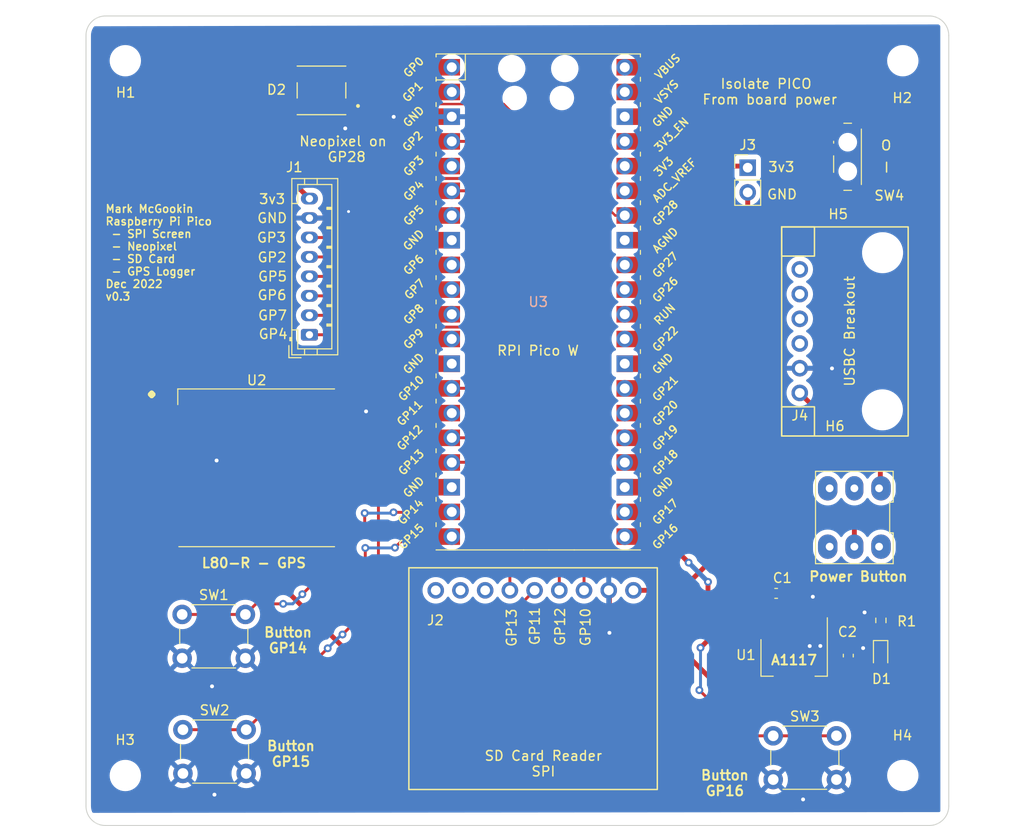
<source format=kicad_pcb>
(kicad_pcb (version 20211014) (generator pcbnew)
  (layers (0 "F.Cu" signal) (31 "B.Cu" power) (34 "B.Paste" user) (35 "F.Paste" user) (36 "B.SilkS" user "B.Silkscreen") (37 "F.SilkS" user "F.Silkscreen") (38 "B.Mask" user) (39 "F.Mask" user) (44 "Edge.Cuts" user))
  (net 0 "")
  (net 1 "VBUS")
  (net 2 "GND")
  (net 3 "+3.3V")
  (net 4 "/PWR_LED_K")
  (net 6 "Net-(D2-Pad2)")
  (net 7 "/MISO - SPI0Rx - BL")
  (net 8 "/RST")
  (net 9 "/DC")
  (net 10 "/CLK - SPI0SCK")
  (net 11 "/MOSI - SPI0Tx - DIN")
  (net 15 "/RX -> TX")
  (net 16 "/TX -> RX")
  (net 17 "/CLK")
  (net 18 "Net-(SW1-Pad1)")
  (net 19 "Net-(J4-Pad1)")
  (net 20 "Net-(SW2-Pad1)")
  (net 23 "Net-(SW3-Pad1)")
  (net 25 "Net-(SW4-Pad2)")
  (net 30 "Net-(U2-Pad1)")
  (net 31 "/GPS RX -> Pico TX")
  (net 56 "Net-(J3-Pad2)")
  (net 57 "Net-(J3-Pad1)")
  (net 62 "/SPI0 - CS")
  (net 63 "/SPI1 - CS")
  (footprint "Resistor_SMD:R_0603_1608Metric" (layer "F.Cu") (at 174.8475 127.05 90)
    (fp_text reference "R1" (at -0.1 2.6525) (layer "F.SilkS"))
    (fp_text value "1k5")
    (pad "1" smd roundrect (at -0.825 0 90) (size 0.8 0.95) (layers "F.Cu" "F.Paste" "F.Mask") (net 4 "/PWR_LED_K"))
    (pad "2" smd roundrect (at 0.825 0 90) (size 0.8 0.95) (layers "F.Cu" "F.Paste" "F.Mask") (net 2 "GND"))
  )
  (footprint "Connector_PinHeader_2.54mm:PinHeader_1x06_P2.54mm_Vertical" (layer "F.Cu") (at 166.51 103.66 180)
    (fp_text reference "J4" (at 0 -2.33) (layer "F.SilkS"))
    (fp_text value "Conn_01x06_Female")
    (pad "1" thru_hole circle (at 0 0 180) (size 1.7 1.7) (drill 1) (layers *.Cu *.Mask) (net 19 "Net-(J4-Pad1)"))
    (pad "2" thru_hole oval (at 0 2.54 180) (size 1.7 1.7) (drill 1) (layers *.Cu *.Mask) (net 2 "GND"))
    (pad "3" thru_hole oval (at 0 5.08 180) (size 1.7 1.7) (drill 1) (layers *.Cu *.Mask))
    (pad "4" thru_hole oval (at 0 7.62 180) (size 1.7 1.7) (drill 1) (layers *.Cu *.Mask))
    (pad "5" thru_hole oval (at 0 10.16 180) (size 1.7 1.7) (drill 1) (layers *.Cu *.Mask))
    (pad "6" thru_hole oval (at 0 12.7 180) (size 1.7 1.7) (drill 1) (layers *.Cu *.Mask))
  )
  (footprint "MountingHole:MountingHole_2.2mm_M2" (layer "F.Cu") (at 177.1 143)
    (fp_text reference "H4" (at -0.04 -4.12) (layer "F.SilkS"))
    (fp_text value "MountingHole")
    (pad "" np_thru_hole circle (at 0 0) (size 2.2 2.2) (drill 2.2) (layers *.Cu *.Mask))
  )
  (footprint "MountingHole:MountingHole_2.2mm_M2" (layer "F.Cu") (at 97.2 69.5)
    (fp_text reference "H1" (at 0.03 3.28) (layer "F.SilkS"))
    (fp_text value "MountingHole")
    (pad "" np_thru_hole circle (at 0 0) (size 2.2 2.2) (drill 2.2) (layers *.Cu *.Mask))
  )
  (footprint "Connector_PinHeader_2.54mm:PinHeader_1x09_P2.54mm_Vertical" (layer "F.Cu") (at 129.1 123.96 90)
    (fp_text reference "J2" (at -3.08 -0.03 180) (layer "F.SilkS"))
    (fp_text value "Conn_01x09_Female")
    (pad "1" thru_hole circle (at 0 0 90) (size 1.7 1.7) (drill 1) (layers *.Cu *.Mask))
    (pad "2" thru_hole oval (at 0 2.54 90) (size 1.7 1.7) (drill 1) (layers *.Cu *.Mask))
    (pad "3" thru_hole oval (at 0 5.08 90) (size 1.7 1.7) (drill 1) (layers *.Cu *.Mask))
    (pad "4" thru_hole oval (at 0 7.62 90) (size 1.7 1.7) (drill 1) (layers *.Cu *.Mask) (net 63 "/SPI1 - CS"))
    (pad "5" thru_hole oval (at 0 10.16 90) (size 1.7 1.7) (drill 1) (layers *.Cu *.Mask) (net 15 "/RX -> TX"))
    (pad "6" thru_hole oval (at 0 12.7 90) (size 1.7 1.7) (drill 1) (layers *.Cu *.Mask) (net 16 "/TX -> RX"))
    (pad "7" thru_hole oval (at 0 15.24 90) (size 1.7 1.7) (drill 1) (layers *.Cu *.Mask) (net 17 "/CLK"))
    (pad "8" thru_hole oval (at 0 17.78 90) (size 1.7 1.7) (drill 1) (layers *.Cu *.Mask) (net 2 "GND"))
    (pad "9" thru_hole oval (at 0 20.32 90) (size 1.7 1.7) (drill 1) (layers *.Cu *.Mask) (net 3 "+3.3V"))
  )
  (footprint "Capacitor_SMD:C_0603_1608Metric" (layer "F.Cu") (at 171.4975 130.67 90)
    (fp_text reference "C2" (at 2.44 -0.0875 180) (layer "F.SilkS"))
    (fp_text value "22u")
    (pad "1" smd roundrect (at -0.775 0 90) (size 0.9 0.95) (layers "F.Cu" "F.Paste" "F.Mask") (net 3 "+3.3V"))
    (pad "2" smd roundrect (at 0.775 0 90) (size 0.9 0.95) (layers "F.Cu" "F.Paste" "F.Mask") (net 2 "GND"))
  )
  (footprint "MountingHole:MountingHole_2.2mm_M2" (layer "F.Cu") (at 177.1 69.5)
    (fp_text reference "H2" (at -0.06 3.83) (layer "F.SilkS"))
    (fp_text value "MountingHole")
    (pad "" np_thru_hole circle (at 0 0) (size 2.2 2.2) (drill 2.2) (layers *.Cu *.Mask))
  )
  (footprint "Neopixel:LED_1655" (layer "F.Cu") (at 117.36 72.55 180)
    (fp_text reference "D2" (at 4.63 0.07) (layer "F.SilkS"))
    (fp_text value "1655")
    (pad "1" smd rect locked (at -2.45 -1.6 270) (size 1 1.5) (layers "F.Cu" "F.Paste" "F.Mask") (net 2 "GND"))
    (pad "2" smd rect locked (at -2.45 1.6 270) (size 1 1.5) (layers "F.Cu" "F.Paste" "F.Mask") (net 6 "Net-(D2-Pad2)"))
    (pad "3" smd rect locked (at 2.45 1.6 270) (size 1 1.5) (layers "F.Cu" "F.Paste" "F.Mask") (net 3 "+3.3V"))
    (pad "4" smd rect locked (at 2.45 -1.6 270) (size 1 1.5) (layers "F.Cu" "F.Paste" "F.Mask"))
  )
  (footprint "self-locking-button:SW_DPDT_XLX" (layer "F.Cu") (at 172.12 116.47 180)
    (fp_text reference "SW5" hide)
    (fp_text value "Power Switch")
    (pad "1" thru_hole oval (at -2.54 3 180) (size 2 2.5) (drill 0.8 (offset -0.2 0)) (layers *.Cu) (net 19 "Net-(J4-Pad1)"))
    (pad "2" thru_hole oval (at 0 3 180) (size 1.85 2.5) (drill 0.8) (layers *.Cu))
    (pad "3" thru_hole oval (at 2.54 3 180) (size 2 2.5) (drill 0.8 (offset 0.2 0)) (layers *.Cu))
    (pad "4" thru_hole oval (at 2.54 -3 180) (size 2 2.5) (drill 0.8 (offset 0.2 0)) (layers *.Cu))
    (pad "5" thru_hole oval (at 0 -3 180) (size 1.85 2.5) (drill 0.8) (layers *.Cu) (net 1 "VBUS"))
    (pad "6" thru_hole oval (at -2.54 -3 180) (size 2 2.5) (drill 0.8 (offset -0.2 0)) (layers *.Cu))
  )
  (footprint "Connector_JST:JST_PH_B8B-PH-K_1x08_P2.00mm_Vertical" (layer "F.Cu") (at 116.12 97.68 90)
    (fp_text reference "J1" (at 17.23 -1.55 180) (layer "F.SilkS"))
    (fp_text value "Conn_01x08_Female")
    (pad "1" thru_hole roundrect (at 0 0 90) (size 1.2 1.75) (drill 0.75) (layers *.Cu *.Mask) (roundrect_rratio 0.2083333333) (net 7 "/MISO - SPI0Rx - BL"))
    (pad "2" thru_hole oval (at 2 0 90) (size 1.2 1.75) (drill 0.75) (layers *.Cu *.Mask) (net 8 "/RST"))
    (pad "3" thru_hole oval (at 4 0 90) (size 1.2 1.75) (drill 0.75) (layers *.Cu *.Mask) (net 9 "/DC"))
    (pad "4" thru_hole oval (at 6 0 90) (size 1.2 1.75) (drill 0.75) (layers *.Cu *.Mask) (net 62 "/SPI0 - CS"))
    (pad "5" thru_hole oval (at 8 0 90) (size 1.2 1.75) (drill 0.75) (layers *.Cu *.Mask) (net 10 "/CLK - SPI0SCK"))
    (pad "6" thru_hole oval (at 10 0 90) (size 1.2 1.75) (drill 0.75) (layers *.Cu *.Mask) (net 11 "/MOSI - SPI0Tx - DIN"))
    (pad "7" thru_hole oval (at 12 0 90) (size 1.2 1.75) (drill 0.75) (layers *.Cu *.Mask) (net 2 "GND"))
    (pad "8" thru_hole oval (at 14 0 90) (size 1.2 1.75) (drill 0.75) (layers *.Cu *.Mask) (net 3 "+3.3V"))
  )
  (footprint "MountingHole:MountingHole_2.2mm_M2" (layer "F.Cu") (at 97.2 143)
    (fp_text reference "H3" (at -0.02 -3.66) (layer "F.SilkS"))
    (fp_text value "MountingHole")
    (pad "" np_thru_hole circle (at 0 0) (size 2.2 2.2) (drill 2.2) (layers *.Cu *.Mask))
  )
  (footprint "MountingHole:MountingHole_3.2mm_M3" (layer "F.Cu") (at 175 105.4)
    (fp_text reference "H6" (at -4.88 1.68) (layer "F.SilkS"))
    (fp_text value "MountingHole")
    (pad "" np_thru_hole circle (at 0 0) (size 3.2 3.2) (drill 3.2) (layers *.Cu *.Mask))
  )
  (footprint "Button_Switch_SMD:SW_SPDT_PCM12" (layer "F.Cu") (at 171.11 79.38 90)
    (fp_text reference "SW4" (at -3.99 4.6 180) (layer "F.SilkS"))
    (fp_text value "SW_SPDT")
    (pad "" smd rect (at 3.65 1.43 90) (size 1 0.8) (layers "F.Cu" "F.Paste" "F.Mask"))
    (pad "" smd rect (at 3.65 -0.78 90) (size 1 0.8) (layers "F.Cu" "F.Paste" "F.Mask"))
    (pad "" smd rect (at -3.65 1.43 90) (size 1 0.8) (layers "F.Cu" "F.Paste" "F.Mask"))
    (pad "" np_thru_hole circle (at 1.5 0.33 90) (size 0.9 0.9) (drill 0.9) (layers *.Cu *.Mask))
    (pad "" np_thru_hole circle (at -1.5 0.33 90) (size 0.9 0.9) (drill 0.9) (layers *.Cu *.Mask))
    (pad "" smd rect (at -3.65 -0.78 90) (size 1 0.8) (layers "F.Cu" "F.Paste" "F.Mask"))
    (pad "1" smd rect (at -2.25 -1.43 90) (size 0.7 1.5) (layers "F.Cu" "F.Paste" "F.Mask") (net 3 "+3.3V"))
    (pad "2" smd rect (at 0.75 -1.43 90) (size 0.7 1.5) (layers "F.Cu" "F.Paste" "F.Mask") (net 25 "Net-(SW4-Pad2)"))
    (pad "3" smd rect (at 2.25 -1.43 90) (size 0.7 1.5) (layers "F.Cu" "F.Paste" "F.Mask"))
  )
  (footprint "RF_GPS:Quectel_L80-R" (layer "F.Cu") (at 110.7 111.36)
    (fp_text reference "U2" (at 0 -9 -180) (layer "F.SilkS"))
    (fp_text value "L80-R")
    (pad "1" smd rect (at -7.75 -5.85 180) (size 2.5 1) (layers "F.Cu" "F.Paste" "F.Mask") (net 30 "Net-(U2-Pad1)"))
    (pad "2" smd rect (at -7.75 -3.31 180) (size 2.5 1) (layers "F.Cu" "F.Paste" "F.Mask") (net 31 "/GPS RX -> Pico TX"))
    (pad "3" smd rect (at -7.75 -0.77 180) (size 2.5 1) (layers "F.Cu" "F.Paste" "F.Mask") (net 2 "GND"))
    (pad "4" smd rect (at -7.75 1.77 180) (size 2.5 1) (layers "F.Cu" "F.Paste" "F.Mask") (net 3 "+3.3V"))
    (pad "5" smd rect (at -7.75 4.31 180) (size 2.5 1) (layers "F.Cu" "F.Paste" "F.Mask") (net 3 "+3.3V"))
    (pad "6" smd rect (at -7.75 6.85 180) (size 2.5 1) (layers "F.Cu" "F.Paste" "F.Mask"))
    (pad "7" smd rect (at 7.75 6.85 180) (size 2.5 1) (layers "F.Cu" "F.Paste" "F.Mask"))
    (pad "8" smd rect (at 7.75 4.31 180) (size 2.5 1) (layers "F.Cu" "F.Paste" "F.Mask"))
    (pad "9" smd rect (at 7.75 1.77 180) (size 2.5 1) (layers "F.Cu" "F.Paste" "F.Mask"))
    (pad "10" smd rect (at 7.75 -0.77 180) (size 2.5 1) (layers "F.Cu" "F.Paste" "F.Mask"))
    (pad "11" smd rect (at 7.75 -3.31 180) (size 2.5 1) (layers "F.Cu" "F.Paste" "F.Mask"))
    (pad "12" smd rect (at 7.75 -5.85 180) (size 2.5 1) (layers "F.Cu" "F.Paste" "F.Mask") (net 2 "GND"))
  )
  (footprint "Button_Switch_THT:SW_PUSH_6mm_H5mm" (layer "F.Cu") (at 103.04 126.44)
    (fp_text reference "SW1" (at 3.25 -2) (layer "F.SilkS"))
    (fp_text value "SW_Push")
    (pad "1" thru_hole circle (at 6.5 0 90) (size 2 2) (drill 1.1) (layers *.Cu *.Mask) (net 18 "Net-(SW1-Pad1)"))
    (pad "1" thru_hole circle (at 0 0 90) (size 2 2) (drill 1.1) (layers *.Cu *.Mask) (net 18 "Net-(SW1-Pad1)"))
    (pad "2" thru_hole circle (at 0 4.5 90) (size 2 2) (drill 1.1) (layers *.Cu *.Mask) (net 2 "GND"))
    (pad "2" thru_hole circle (at 6.5 4.5 90) (size 2 2) (drill 1.1) (layers *.Cu *.Mask) (net 2 "GND"))
  )
  (footprint "Button_Switch_THT:SW_PUSH_6mm_H5mm" (layer "F.Cu") (at 163.78 138.92)
    (fp_text reference "SW3" (at 3.25 -2) (layer "F.SilkS"))
    (fp_text value "SW_Push")
    (pad "1" thru_hole circle (at 6.5 0 90) (size 2 2) (drill 1.1) (layers *.Cu *.Mask) (net 23 "Net-(SW3-Pad1)"))
    (pad "1" thru_hole circle (at 0 0 90) (size 2 2) (drill 1.1) (layers *.Cu *.Mask) (net 23 "Net-(SW3-Pad1)"))
    (pad "2" thru_hole circle (at 0 4.5 90) (size 2 2) (drill 1.1) (layers *.Cu *.Mask) (net 2 "GND"))
    (pad "2" thru_hole circle (at 6.5 4.5 90) (size 2 2) (drill 1.1) (layers *.Cu *.Mask) (net 2 "GND"))
  )
  (footprint "Connector_PinHeader_2.54mm:PinHeader_1x02_P2.54mm_Vertical" (layer "F.Cu") (at 161.16 80.5)
    (fp_text reference "J3" (at 0 -2.33) (layer "F.SilkS"))
    (fp_text value "Conn_01x02_Female")
    (pad "1" thru_hole rect (at 0 0) (size 1.7 1.7) (drill 1) (layers *.Cu *.Mask) (net 57 "Net-(J3-Pad1)"))
    (pad "2" thru_hole oval (at 0 2.54) (size 1.7 1.7) (drill 1) (layers *.Cu *.Mask) (net 56 "Net-(J3-Pad2)"))
  )
  (footprint "LED_SMD:LED_0603_1608Metric" (layer "F.Cu") (at 174.8175 130.61 -90)
    (fp_text reference "D1" (at 2.46 -0.0925 180) (layer "F.SilkS"))
    (fp_text value "RED")
    (pad "1" smd roundrect (at -0.7875 0 270) (size 0.875 0.95) (layers "F.Cu" "F.Paste" "F.Mask") (net 4 "/PWR_LED_K"))
    (pad "2" smd roundrect (at 0.7875 0 270) (size 0.875 0.95) (layers "F.Cu" "F.Paste" "F.Mask") (net 3 "+3.3V"))
  )
  (footprint "RPI Pico:RPi_Pico_SMD_TH" (layer "F.Cu") (at 139.635 94.305)
    (fp_text reference "U3" (at 0 0) (layer "B.SilkS"))
    (fp_text value "Pico")
    (fp_text user "GP26" (at 13.054 -1.27 45) (layer "F.SilkS") (effects (font (size 0.8 0.8))))
    (fp_text user "GND" (at 12.8 19.05 45) (layer "F.SilkS") (effects (font (size 0.8 0.8))))
    (fp_text user "GP17" (at 13.054 21.59 45) (layer "F.SilkS") (effects (font (size 0.8 0.8))))
    (fp_text user "3V3_EN" (at 13.7 -17.2 45) (layer "F.SilkS") (effects (font (size 0.8 0.8))))
    (fp_text user "VBUS" (at 13.3 -24.2 45) (layer "F.SilkS") (effects (font (size 0.8 0.8))))
    (fp_text user "GP27" (at 13.054 -3.8 45) (layer "F.SilkS") (effects (font (size 0.8 0.8))))
    (fp_text user "GP22" (at 13.054 3.81 45) (layer "F.SilkS") (effects (font (size 0.8 0.8))))
    (fp_text user "RUN" (at 13 1.27 45) (layer "F.SilkS") (effects (font (size 0.8 0.8))))
    (fp_text user "GP16" (at 13.054 24.13 45) (layer "F.SilkS") (effects (font (size 0.8 0.8))))
    (fp_text user "ADC_VREF" (at 14 -12.5 45) (layer "F.SilkS") (effects (font (size 0.8 0.8))))
    (fp_text user "GND" (at 12.8 6.35 45) (layer "F.SilkS") (effects (font (size 0.8 0.8))))
    (fp_text user "GP5" (at -12.8 -8.89 45) (layer "F.SilkS") (effects (font (size 0.8 0.8))))
    (fp_text user "GP8" (at -12.8 1.27 45) (layer "F.SilkS") (effects (font (size 0.8 0.8))))
    (fp_text user "GND" (at -12.8 6.35 45) (layer "F.SilkS") (effects (font (size 0.8 0.8))))
    (fp_text user "GP19" (at 13.054 13.97 45) (layer "F.SilkS") (effects (font (size 0.8 0.8))))
    (fp_text user "GP10" (at -13.054 8.89 45) (layer "F.SilkS") (effects (font (size 0.8 0.8))))
    (fp_text user "GP28" (at 13.054 -9.144 45) (layer "F.SilkS") (effects (font (size 0.8 0.8))))
    (fp_text user "GP3" (at -12.8 -13.97 45) (layer "F.SilkS") (effects (font (size 0.8 0.8))))
    (fp_text user "GP21" (at 13.054 8.9 45) (layer "F.SilkS") (effects (font (size 0.8 0.8))))
    (fp_text user "GP6" (at -12.8 -3.81 45) (layer "F.SilkS") (effects (font (size 0.8 0.8))))
    (fp_text user "GND" (at -12.8 -6.35 45) (layer "F.SilkS") (effects (font (size 0.8 0.8))))
    (fp_text user "GND" (at -12.8 19.05 45) (layer "F.SilkS") (effects (font (size 0.8 0.8))))
    (fp_text user "VSYS" (at 13.2 -21.59 45) (layer "F.SilkS") (effects (font (size 0.8 0.8))))
    (fp_text user "GP14" (at -13.1 21.59 45) (layer "F.SilkS") (effects (font (size 0.8 0.8))))
    (fp_text user "AGND" (at 13.054 -6.35 45) (layer "F.SilkS") (effects (font (size 0.8 0.8))))
    (fp_text user "GP9" (at -12.8 3.81 45) (layer "F.SilkS") (effects (font (size 0.8 0.8))))
    (fp_text user "GP0" (at -12.8 -24.13 45) (layer "F.SilkS") (effects (font (size 0.8 0.8))))
    (fp_text user "GP11" (at -13.2 11.43 45) (layer "F.SilkS") (effects (font (size 0.8 0.8))))
    (fp_text user "GND" (at -12.8 -19.05 45) (layer "F.SilkS") (effects (font (size 0.8 0.8))))
    (fp_text user "GP1" (at -12.9 -21.6 45) (layer "F.SilkS") (effects (font (size 0.8 0.8))))
    (fp_text user "GP7" (at -12.7 -1.3 45) (layer "F.SilkS") (effects (font (size 0.8 0.8))))
    (fp_text user "GP2" (at -12.9 -16.51 45) (layer "F.SilkS") (effects (font (size 0.8 0.8))))
    (fp_text user "GP12" (at -13.2 13.97 45) (layer "F.SilkS") (effects (font (size 0.8 0.8))))
    (fp_text user "GP13" (at -13.054 16.51 45) (layer "F.SilkS") (effects (font (size 0.8 0.8))))
    (fp_text user "GND" (at 12.8 -19.05 45) (layer "F.SilkS") (effects (font (size 0.8 0.8))))
    (fp_text user "GP18" (at 13.054 16.51 45) (layer "F.SilkS") (effects (font (size 0.8 0.8))))
    (fp_text user "GP4" (at -12.8 -11.43 45) (layer "F.SilkS") (effects (font (size 0.8 0.8))))
    (fp_text user "GP20" (at 13.054 11.43 45) (layer "F.SilkS") (effects (font (size 0.8 0.8))))
    (fp_text user "GP15" (at -13.054 24.13 45) (layer "F.SilkS") (effects (font (size 0.8 0.8))))
    (fp_text user "3V3" (at 12.9 -13.9 45) (layer "F.SilkS") (effects (font (size 0.8 0.8))))
    (pad "" np_thru_hole oval (at 2.425 -20.97) (size 1.5 1.5) (drill 1.5) (layers *.Cu *.Mask))
    (pad "" np_thru_hole oval (at -2.425 -20.97) (size 1.5 1.5) (drill 1.5) (layers *.Cu *.Mask))
    (pad "" np_thru_hole oval (at 2.725 -24) (size 1.8 1.8) (drill 1.8) (layers *.Cu *.Mask))
    (pad "" np_thru_hole oval (at -2.725 -24) (size 1.8 1.8) (drill 1.8) (layers *.Cu *.Mask))
    (pad "1" smd rect (at -8.89 -24.13) (size 3.5 1.7) (drill (offset -0.9 0)) (layers "F.Cu" "F.Mask") (net 30 "Net-(U2-Pad1)"))
    (pad "1" thru_hole oval (at -8.89 -24.13) (size 1.7 1.7) (drill 1.02) (layers *.Cu *.Mask) (net 30 "Net-(U2-Pad1)"))
    (pad "2" thru_hole oval (at -8.89 -21.59) (size 1.7 1.7) (drill 1.02) (layers *.Cu *.Mask) (net 31 "/GPS RX -> Pico TX"))
    (pad "2" smd rect (at -8.89 -21.59) (size 3.5 1.7) (drill (offset -0.9 0)) (layers "F.Cu" "F.Mask") (net 31 "/GPS RX -> Pico TX"))
    (pad "3" thru_hole rect (at -8.89 -19.05) (size 1.7 1.7) (drill 1.02) (layers *.Cu *.Mask) (net 2 "GND"))
    (pad "3" smd rect (at -8.89 -19.05) (size 3.5 1.7) (drill (offset -0.9 0)) (layers "F.Cu" "F.Mask") (net 2 "GND"))
    (pad "4" thru_hole oval (at -8.89 -16.51) (size 1.7 1.7) (drill 1.02) (layers *.Cu *.Mask) (net 10 "/CLK - SPI0SCK"))
    (pad "4" smd rect (at -8.89 -16.51) (size 3.5 1.7) (drill (offset -0.9 0)) (layers "F.Cu" "F.Mask") (net 10 "/CLK - SPI0SCK"))
    (pad "5" smd rect (at -8.89 -13.97) (size 3.5 1.7) (drill (offset -0.9 0)) (layers "F.Cu" "F.Mask") (net 11 "/MOSI - SPI0Tx - DIN"))
    (pad "5" thru_hole oval (at -8.89 -13.97) (size 1.7 1.7) (drill 1.02) (layers *.Cu *.Mask) (net 11 "/MOSI - SPI0Tx - DIN"))
    (pad "6" smd rect (at -8.89 -11.43) (size 3.5 1.7) (drill (offset -0.9 0)) (layers "F.Cu" "F.Mask") (net 7 "/MISO - SPI0Rx - BL"))
    (pad "6" thru_hole oval (at -8.89 -11.43) (size 1.7 1.7) (drill 1.02) (layers *.Cu *.Mask) (net 7 "/MISO - SPI0Rx - BL"))
    (pad "7" thru_hole oval (at -8.89 -8.89) (size 1.7 1.7) (drill 1.02) (layers *.Cu *.Mask) (net 62 "/SPI0 - CS"))
    (pad "7" smd rect (at -8.89 -8.89) (size 3.5 1.7) (drill (offset -0.9 0)) (layers "F.Cu" "F.Mask") (net 62 "/SPI0 - CS"))
    (pad "8" thru_hole rect (at -8.89 -6.35) (size 1.7 1.7) (drill 1.02) (layers *.Cu *.Mask))
    (pad "8" smd rect (at -8.89 -6.35) (size 3.5 1.7) (drill (offset -0.9 0)) (layers "F.Cu" "F.Mask"))
    (pad "9" thru_hole oval (at -8.89 -3.81) (size 1.7 1.7) (drill 1.02) (layers *.Cu *.Mask) (net 9 "/DC"))
    (pad "9" smd rect (at -8.89 -3.81) (size 3.5 1.7) (drill (offset -0.9 0)) (layers "F.Cu" "F.Mask") (net 9 "/DC"))
    (pad "10" thru_hole oval (at -8.89 -1.27) (size 1.7 1.7) (drill 1.02) (layers *.Cu *.Mask) (net 8 "/RST"))
    (pad "10" smd rect (at -8.89 -1.27) (size 3.5 1.7) (drill (offset -0.9 0)) (layers "F.Cu" "F.Mask") (net 8 "/RST"))
    (pad "11" thru_hole oval (at -8.89 1.27) (size 1.7 1.7) (drill 1.02) (layers *.Cu *.Mask))
    (pad "11" smd rect (at -8.89 1.27) (size 3.5 1.7) (drill (offset -0.9 0)) (layers "F.Cu" "F.Mask"))
    (pad "12" smd rect (at -8.89 3.81) (size 3.5 1.7) (drill (offset -0.9 0)) (layers "F.Cu" "F.Mask"))
    (pad "12" thru_hole oval (at -8.89 3.81) (size 1.7 1.7) (drill 1.02) (layers *.Cu *.Mask))
    (pad "13" thru_hole rect (at -8.89 6.35) (size 1.7 1.7) (drill 1.02) (layers *.Cu *.Mask))
    (pad "13" smd rect (at -8.89 6.35) (size 3.5 1.7) (drill (offset -0.9 0)) (layers "F.Cu" "F.Mask"))
    (pad "14" thru_hole oval (at -8.89 8.89) (size 1.7 1.7) (drill 1.02) (layers *.Cu *.Mask) (net 17 "/CLK"))
    (pad "14" smd rect (at -8.89 8.89) (size 3.5 1.7) (drill (offset -0.9 0)) (layers "F.Cu" "F.Mask") (net 17 "/CLK"))
    (pad "15" smd rect (at -8.89 11.43) (size 3.5 1.7) (drill (offset -0.9 0)) (layers "F.Cu" "F.Mask") (net 15 "/RX -> TX"))
    (pad "15" thru_hole oval (at -8.89 11.43) (size 1.7 1.7) (drill 1.02) (layers *.Cu *.Mask) (net 15 "/RX -> TX"))
    (pad "16" thru_hole oval (at -8.89 13.97) (size 1.7 1.7) (drill 1.02) (layers *.Cu *.Mask) (net 16 "/TX -> RX"))
    (pad "16" smd rect (at -8.89 13.97) (size 3.5 1.7) (drill (offset -0.9 0)) (layers "F.Cu" "F.Mask") (net 16 "/TX -> RX"))
    (pad "17" smd rect (at -8.89 16.51) (size 3.5 1.7) (drill (offset -0.9 0)) (layers "F.Cu" "F.Mask") (net 63 "/SPI1 - CS"))
    (pad "17" thru_hole oval (at -8.89 16.51) (size 1.7 1.7) (drill 1.02) (layers *.Cu *.Mask) (net 63 "/SPI1 - CS"))
    (pad "18" thru_hole rect (at -8.89 19.05) (size 1.7 1.7) (drill 1.02) (layers *.Cu *.Mask))
    (pad "18" smd rect (at -8.89 19.05) (size 3.5 1.7) (drill (offset -0.9 0)) (layers "F.Cu" "F.Mask"))
    (pad "19" thru_hole oval (at -8.89 21.59) (size 1.7 1.7) (drill 1.02) (layers *.Cu *.Mask) (net 18 "Net-(SW1-Pad1)"))
    (pad "19" smd rect (at -8.89 21.59) (size 3.5 1.7) (drill (offset -0.9 0)) (layers "F.Cu" "F.Mask") (net 18 "Net-(SW1-Pad1)"))
    (pad "20" smd rect (at -8.89 24.13) (size 3.5 1.7) (drill (offset -0.9 0)) (layers "F.Cu" "F.Mask") (net 20 "Net-(SW2-Pad1)"))
    (pad "20" thru_hole oval (at -8.89 24.13) (size 1.7 1.7) (drill 1.02) (layers *.Cu *.Mask) (net 20 "Net-(SW2-Pad1)"))
    (pad "21" thru_hole oval (at 8.89 24.13) (size 1.7 1.7) (drill 1.02) (layers *.Cu *.Mask) (net 23 "Net-(SW3-Pad1)"))
    (pad "21" smd rect (at 8.89 24.13) (size 3.5 1.7) (drill (offset 0.9 0)) (layers "F.Cu" "F.Mask") (net 23 "Net-(SW3-Pad1)"))
    (pad "22" smd rect (at 8.89 21.59) (size 3.5 1.7) (drill (offset 0.9 0)) (layers "F.Cu" "F.Mask"))
    (pad "22" thru_hole oval (at 8.89 21.59) (size 1.7 1.7) (drill 1.02) (layers *.Cu *.Mask))
    (pad "23" thru_hole rect (at 8.89 19.05) (size 1.7 1.7) (drill 1.02) (layers *.Cu *.Mask))
    (pad "23" smd rect (at 8.89 19.05) (size 3.5 1.7) (drill (offset 0.9 0)) (layers "F.Cu" "F.Mask"))
    (pad "24" thru_hole oval (at 8.89 16.51) (size 1.7 1.7) (drill 1.02) (layers *.Cu *.Mask))
    (pad "24" smd rect (at 8.89 16.51) (size 3.5 1.7) (drill (offset 0.9 0)) (layers "F.Cu" "F.Mask"))
    (pad "25" smd rect (at 8.89 13.97) (size 3.5 1.7) (drill (offset 0.9 0)) (layers "F.Cu" "F.Mask"))
    (pad "25" thru_hole oval (at 8.89 13.97) (size 1.7 1.7) (drill 1.02) (layers *.Cu *.Mask))
    (pad "26" smd rect (at 8.89 11.43) (size 3.5 1.7) (drill (offset 0.9 0)) (layers "F.Cu" "F.Mask"))
    (pad "26" thru_hole oval (at 8.89 11.43) (size 1.7 1.7) (drill 1.02) (layers *.Cu *.Mask))
    (pad "27" thru_hole oval (at 8.89 8.89) (size 1.7 1.7) (drill 1.02) (layers *.Cu *.Mask))
    (pad "27" smd rect (at 8.89 8.89) (size 3.5 1.7) (drill (offset 0.9 0)) (layers "F.Cu" "F.Mask"))
    (pad "28" smd rect (at 8.89 6.35) (size 3.5 1.7) (drill (offset 0.9 0)) (layers "F.Cu" "F.Mask") (net 56 "Net-(J3-Pad2)"))
    (pad "28" thru_hole rect (at 8.89 6.35) (size 1.7 1.7) (drill 1.02) (layers *.Cu *.Mask) (net 56 "Net-(J3-Pad2)"))
    (pad "29" smd rect (at 8.89 3.81) (size 3.5 1.7) (drill (offset 0.9 0)) (layers "F.Cu" "F.Mask"))
    (pad "29" thru_hole oval (at 8.89 3.81) (size 1.7 1.7) (drill 1.02) (layers *.Cu *.Mask))
    (pad "30" smd rect (at 8.89 1.27) (size 3.5 1.7) (drill (offset 0.9 0)) (layers "F.Cu" "F.Mask"))
    (pad "30" thru_hole oval (at 8.89 1.27) (size 1.7 1.7) (drill 1.02) (layers *.Cu *.Mask))
    (pad "31" smd rect (at 8.89 -1.27) (size 3.5 1.7) (drill (offset 0.9 0)) (layers "F.Cu" "F.Mask"))
    (pad "31" thru_hole oval (at 8.89 -1.27) (size 1.7 1.7) (drill 1.02) (layers *.Cu *.Mask))
    (pad "32" smd rect (at 8.89 -3.81) (size 3.5 1.7) (drill (offset 0.9 0)) (layers "F.Cu" "F.Mask"))
    (pad "32" thru_hole oval (at 8.89 -3.81) (size 1.7 1.7) (drill 1.02) (layers *.Cu *.Mask))
    (pad "33" smd rect (at 8.89 -6.35) (size 3.5 1.7) (drill (offset 0.9 0)) (layers "F.Cu" "F.Mask"))
    (pad "33" thru_hole rect (at 8.89 -6.35) (size 1.7 1.7) (drill 1.02) (layers *.Cu *.Mask))
    (pad "34" thru_hole oval (at 8.89 -8.89) (size 1.7 1.7) (drill 1.02) (layers *.Cu *.Mask) (net 6 "Net-(D2-Pad2)"))
    (pad "34" smd rect (at 8.89 -8.89) (size 3.5 1.7) (drill (offset 0.9 0)) (layers "F.Cu" "F.Mask") (net 6 "Net-(D2-Pad2)"))
    (pad "35" smd rect (at 8.89 -11.43) (size 3.5 1.7) (drill (offset 0.9 0)) (layers "F.Cu" "F.Mask"))
    (pad "35" thru_hole oval (at 8.89 -11.43) (size 1.7 1.7) (drill 1.02) (layers *.Cu *.Mask))
    (pad "36" thru_hole oval (at 8.89 -13.97) (size 1.7 1.7) (drill 1.02) (layers *.Cu *.Mask) (net 57 "Net-(J3-Pad1)"))
    (pad "36" smd rect (at 8.89 -13.97) (size 3.5 1.7) (drill (offset 0.9 0)) (layers "F.Cu" "F.Mask") (net 57 "Net-(J3-Pad1)"))
    (pad "37" smd rect (at 8.89 -16.51) (size 3.5 1.7) (drill (offset 0.9 0)) (layers "F.Cu" "F.Mask"))
    (pad "37" thru_hole oval (at 8.89 -16.51) (size 1.7 1.7) (drill 1.02) (layers *.Cu *.Mask))
    (pad "38" thru_hole rect (at 8.89 -19.05) (size 1.7 1.7) (drill 1.02) (layers *.Cu *.Mask))
    (pad "38" smd rect (at 8.89 -19.05) (size 3.5 1.7) (drill (offset 0.9 0)) (layers "F.Cu" "F.Mask"))
    (pad "39" smd rect (at 8.89 -21.59) (size 3.5 1.7) (drill (offset 0.9 0)) (layers "F.Cu" "F.Mask") (net 25 "Net-(SW4-Pad2)"))
    (pad "39" thru_hole oval (at 8.89 -21.59) (size 1.7 1.7) (drill 1.02) (layers *.Cu *.Mask) (net 25 "Net-(SW4-Pad2)"))
    (pad "40" thru_hole oval (at 8.89 -24.13) (size 1.7 1.7) (drill 1.02) (layers *.Cu *.Mask))
    (pad "40" smd rect (at 8.89 -24.13) (size 3.5 1.7) (drill (offset 0.9 0)) (layers "F.Cu" "F.Mask"))
  )
  (footprint "Package_TO_SOT_SMD:SOT-223-3_TabPin2" (layer "F.Cu") (at 165.9325 130.88 -90)
    (fp_text reference "U1" (at -0.27 4.96 180) (layer "F.SilkS"))
    (fp_text value "AMS1117-3.3")
    (pad "1" smd rect (at -3.15 -2.3 270) (size 2 1.5) (layers "F.Cu" "F.Paste" "F.Mask") (net 2 "GND"))
    (pad "2" smd rect (at -3.15 0 270) (size 2 1.5) (layers "F.Cu" "F.Paste" "F.Mask") (net 3 "+3.3V"))
    (pad "2" smd rect (at 3.15 0 270) (size 2 3.8) (layers "F.Cu" "F.Paste" "F.Mask") (net 3 "+3.3V"))
    (pad "3" smd rect (at -3.15 2.3 270) (size 2 1.5) (layers "F.Cu" "F.Paste" "F.Mask") (net 1 "VBUS"))
  )
  (footprint "Button_Switch_THT:SW_PUSH_6mm_H5mm" (layer "F.Cu") (at 103.12 138.29)
    (fp_text reference "SW2" (at 3.25 -2) (layer "F.SilkS"))
    (fp_text value "SW_Push")
    (pad "1" thru_hole circle (at 0 0 90) (size 2 2) (drill 1.1) (layers *.Cu *.Mask) (net 20 "Net-(SW2-Pad1)"))
    (pad "1" thru_hole circle (at 6.5 0 90) (size 2 2) (drill 1.1) (layers *.Cu *.Mask) (net 20 "Net-(SW2-Pad1)"))
    (pad "2" thru_hole circle (at 0 4.5 90) (size 2 2) (drill 1.1) (layers *.Cu *.Mask) (net 2 "GND"))
    (pad "2" thru_hole circle (at 6.5 4.5 90) (size 2 2) (drill 1.1) (layers *.Cu *.Mask) (net 2 "GND"))
  )
  (footprint "MountingHole:MountingHole_3.2mm_M3" (layer "F.Cu") (at 175 89.25)
    (fp_text reference "H5" (at -4.54 -3.97) (layer "F.SilkS"))
    (fp_text value "MountingHole")
    (pad "" np_thru_hole circle (at 0.02 -0.01) (size 3.2 3.2) (drill 3.2) (layers F&B.Cu *.Mask))
  )
  (footprint "Capacitor_SMD:C_0603_1608Metric" (layer "F.Cu") (at 164.0825 124.2725)
    (fp_text reference "C1" (at 0.6375 -1.5825) (layer "F.SilkS"))
    (fp_text value "22u")
    (pad "1" smd roundrect (at -0.775 0) (size 0.9 0.95) (layers "F.Cu" "F.Paste" "F.Mask") (net 1 "VBUS"))
    (pad "2" smd roundrect (at 0.775 0) (size 0.9 0.95) (layers "F.Cu" "F.Paste" "F.Mask") (net 2 "GND"))
  )
  (gr_rect (start 126.34 121.64) (end 151.87 144.44) (layer "F.SilkS") (width 0.15) (fill none))
  (gr_rect (start 164.65 86.59) (end 168.02 89.59) (layer "F.SilkS") (width 0.15) (fill none))
  (gr_rect (start 164.65 86.59) (end 177.65 108.09) (layer "F.SilkS") (width 0.15) (fill none))
  (gr_rect (start 164.65 105.09) (end 168.02 108.09) (layer "F.SilkS") (width 0.15) (fill none))
  (gr_arc (start 181.82 146.14) (mid 181.234214 147.554214) (end 179.82 148.14) (layer "Edge.Cuts") (width 0.1))
  (gr_line (start 93.16 146.17) (end 93.16 66.9) (layer "Edge.Cuts") (width 0.1))
  (gr_arc (start 93.16 66.9) (mid 93.745786 65.485786) (end 95.16 64.9) (layer "Edge.Cuts") (width 0.1))
  (gr_line (start 179.82 148.14) (end 95.16 148.14) (layer "Edge.Cuts") (width 0.1))
  (gr_arc (start 95.16 148.14) (mid 93.752 147.569214) (end 93.16 146.17) (layer "Edge.Cuts") (width 0.1))
  (gr_line (start 181.82 66.9) (end 181.82 146.14) (layer "Edge.Cuts") (width 0.1))
  (gr_arc (start 179.82 64.9) (mid 181.234214 65.485786) (end 181.82 66.9) (layer "Edge.Cuts") (width 0.1))
  (gr_line (start 95.16 64.9) (end 179.82 64.9) (layer "Edge.Cuts") (width 0.1))
  (gr_text "3v3" (at 164.62 80.43) (layer "F.SilkS") (effects (font (size 1 1))))
  (gr_text "3v3" (at 112.29 83.73) (layer "F.SilkS") (effects (font (size 1 1))))
  (gr_text "GP5" (at 112.33 91.69) (layer "F.SilkS") (effects (font (size 1 1))))
  (gr_text "Button\nGP15" (at 114.22 140.77) (layer "F.SilkS") (effects (font (size 1 1) (thickness 0.2))))
  (gr_text "GND" (at 164.69 83.24) (layer "F.SilkS") (effects (font (size 1 1))))
  (gr_text "SD Card Reader\nSPI" (at 140.16 141.78) (layer "F.SilkS") (effects (font (size 1 1))))
  (gr_text "GP10" (at 144.49 127.74 90) (layer "F.SilkS") (effects (font (size 1 1))))
  (gr_text "Button\nGP14" (at 113.92 129.09) (layer "F.SilkS") (effects (font (size 1 1) (thickness 0.2))))
  (gr_text "GP12" (at 141.88 127.7 90) (layer "F.SilkS") (effects (font (size 1 1))))
  (gr_text "GP11" (at 139.28 127.64 90) (layer "F.SilkS") (effects (font (size 1 1))))
  (gr_text "GND" (at 112.29 85.68) (layer "F.SilkS") (effects (font (size 1 1))))
  (gr_text "Mark McGookin\nRaspberry Pi Pico\n - SPI Screen \n - Neopixel \n - SD Card \n - GPS Logger\nDec 2022\nv0.3" (at 95.09 89.24) (layer "F.SilkS") (effects (font (size 0.8 0.8)) (justify left)))
  (gr_text "USBC Breakout\n" (at 171.64 97.32 90) (layer "F.SilkS") (effects (font (size 1 1))))
  (gr_text "Button\nGP16" (at 158.81 143.78) (layer "F.SilkS") (effects (font (size 1 1) (thickness 0.2))))
  (gr_text "." (at 99.91 102.59) (layer "F.SilkS") (effects (font (size 3 3) (thickness 0.5))))
  (gr_text "GP4" (at 112.39 97.61) (layer "F.SilkS") (effects (font (size 1 1))))
  (gr_text "O" (at 175.39 78.21) (layer "F.SilkS") (effects (font (size 1 1))))
  (gr_text "GP2" (at 112.28 89.72) (layer "F.SilkS") (effects (font (size 1 1))))
  (gr_text "Power Button\n" (at 172.53 122.54) (layer "F.SilkS") (effects (font (size 1 1) (thickness 0.2))))
  (gr_text "Neopixel on \nGP28" (at 119.95 78.59) (layer "F.SilkS") (effects (font (size 1 1))))
  (gr_text "I" (at 175.43 80.49) (layer "F.SilkS") (effects (font (size 1 1))))
  (gr_text "GP6" (at 112.28 93.61) (layer "F.SilkS") (effects (font (size 1 1))))
  (gr_text "L80-R - GPS" (at 110.41 121.15) (layer "F.SilkS") (effects (font (size 1 1) (thickness 0.2))))
  (gr_text "GP13\n" (at 136.9 127.8 90) (layer "F.SilkS") (effects (font (size 1 1))))
  (gr_text "RPI Pico W" (at 139.61 99.31) (layer "F.SilkS") (effects (font (size 1 1))))
  (gr_text "GP3" (at 112.22 87.69) (layer "F.SilkS") (effects (font (size 1 1))))
  (gr_text "GP7" (at 112.33 95.69) (layer "F.SilkS") (effects (font (size 1 1))))
  (gr_text "Isolate PICO \nFrom board power" (at 163.43 72.68) (layer "F.SilkS") (effects (font (size 1 1))))
  (gr_text "A1117\n" (at 165.92 131.13) (layer "F.SilkS") (effects (font (size 1 1) (thickness 0.2))))
  (segment (start 163.1825 124.1475) (end 163.3075 124.2725) (width 0.5) (layer "F.Cu") (net 1))
  (segment (start 172.12 117.6) (end 171.5 116.98) (width 0.5) (layer "F.Cu") (net 1))
  (segment (start 171.5 116.98) (end 167.4325 116.98) (width 0.5) (layer "F.Cu") (net 1))
  (segment (start 163.1825 124.2225) (end 163.1325 124.2725) (width 0.5) (layer "F.Cu") (net 1))
  (segment (start 163.1625 124.1275) (end 163.3075 124.2725) (width 0.5) (layer "F.Cu") (net 1))
  (segment (start 163.1325 124.2725) (end 163.1325 126) (width 0.5) (layer "F.Cu") (net 1))
  (segment (start 163.6325 126.5) (end 163.6325 127.73) (width 0.5) (layer "F.Cu") (net 1))
  (segment (start 163.2325 124.3475) (end 163.3075 124.2725) (width 0.5) (layer "F.Cu") (net 1))
  (segment (start 167.4325 116.98) (end 163.1325 121.28) (width 0.5) (layer "F.Cu") (net 1))
  (segment (start 163.1325 126) (end 163.6325 126.5) (width 0.5) (layer "F.Cu") (net 1))
  (segment (start 172.12 119.47) (end 172.12 117.6) (width 0.5) (layer "F.Cu") (net 1))
  (segment (start 163.1325 121.28) (end 163.1325 124.2725) (width 0.5) (layer "F.Cu") (net 1))
  (segment (start 106.65 133.83) (end 106.11 133.83) (width 0.3) (layer "F.Cu") (net 2))
  (segment (start 165.38 124.62) (end 165.0325 124.2725) (width 0.5) (layer "F.Cu") (net 2))
  (segment (start 130.745 75.255) (end 124.795 75.255) (width 0.5) (layer "F.Cu") (net 2))
  (segment (start 119.81 74.15) (end 119.81 76.45) (width 0.5) (layer "F.Cu") (net 2))
  (segment (start 116.12 85.68) (end 119.47 85.68) (width 0.5) (layer "F.Cu") (net 2))
  (segment (start 146.95 124.03) (end 146.88 123.96) (width 0.5) (layer "F.Cu") (net 2))
  (segment (start 167.8525 124.62) (end 165.38 124.62) (width 0.5) (layer "F.Cu") (net 2))
  (segment (start 107.44 144.97) (end 106.36 144.97) (width 0.3) (layer "F.Cu") (net 2))
  (segment (start 109.54 130.94) (end 106.65 133.83) (width 0.3) (layer "F.Cu") (net 2))
  (segment (start 119.81 76.45) (end 119.8 76.46) (width 0.5) (layer "F.Cu") (net 2))
  (segment (start 165.82 145.46) (end 166.85 145.46) (width 0.3) (layer "F.Cu") (net 2))
  (segment (start 168.2325 125) (end 167.8525 124.62) (width 0.5) (layer "F.Cu") (net 2))
  (segment (start 171.4575 129.68) (end 171.4975 129.72) (width 0.5) (layer "F.Cu") (net 2))
  (segment (start 106.36 144.97) (end 105.3 144.97) (width 0.3) (layer "F.Cu") (net 2))
  (segment (start 168.2325 128.99) (end 167.5325 129.69) (width 0.5) (layer "F.Cu") (net 2))
  (segment (start 168.2325 127.73) (end 168.2325 128.99) (width 0.5) (layer "F.Cu") (net 2))
  (segment (start 168.6225 129.68) (end 171.4575 129.68) (width 0.5) (layer "F.Cu") (net 2))
  (segment (start 168.24 145.46) (end 166.85 145.46) (width 0.3) (layer "F.Cu") (net 2))
  (segment (start 168.2325 129.29) (end 168.6225 129.68) (width 0.5) (layer "F.Cu") (net 2))
  (segment (start 118.45 105.51) (end 121.89 105.51) (width 0.5) (layer "F.Cu") (net 2))
  (segment (start 168.2325 128.99) (end 168.2325 129.29) (width 0.5) (layer "F.Cu") (net 2))
  (segment (start 173.015 129.895) (end 173.02 129.9) (width 0.5) (layer "F.Cu") (net 2))
  (segment (start 169.8 101.12) (end 169.82 101.14) (width 0.5) (layer "F.Cu") (net 2))
  (segment (start 173.175 126.225) (end 173.17 126.23) (width 0.5) (layer "F.Cu") (net 2))
  (segment (start 168.2325 127.73) (end 168.2325 125) (width 0.5) (layer "F.Cu") (net 2))
  (segment (start 170.28 143.42) (end 168.24 145.46) (width 0.3) (layer "F.Cu") (net 2))
  (segment (start 109.62 142.79) (end 107.44 144.97) (width 0.3) (layer "F.Cu") (net 2))
  (segment (start 171.2825 129.68) (end 171.4975 129.895) (width 0.5) (layer "F.Cu") (net 2))
  (segment (start 105.3 144.97) (end 103.12 142.79) (width 0.3) (layer "F.Cu") (net 2))
  (segment (start 105.93 133.83) (end 106.11 133.83) (width 0.3) (layer "F.Cu") (net 2))
  (segment (start 106.56 110.59) (end 102.95 110.59) (width 0.25) (layer "F.Cu") (net 2))
  (segment (start 146.95 128.33) (end 146.95 124.03) (width 0.5) (layer "F.Cu") (net 2))
  (segment (start 103.04 130.94) (end 105.93 133.83) (width 0.3) (layer "F.Cu") (net 2))
  (segment (start 163.78 143.42) (end 165.82 145.46) (width 0.3) (layer "F.Cu") (net 2))
  (segment (start 174.8475 126.225) (end 173.175 126.225) (width 0.5) (layer "F.Cu") (net 2))
  (segment (start 124.795 75.255) (end 124.78 75.27) (width 0.5) (layer "F.Cu") (net 2))
  (segment (start 106.58 110.61) (end 106.56 110.59) (width 0.25) (layer "F.Cu") (net 2))
  (segment (start 171.4975 129.895) (end 173.015 129.895) (width 0.5) (layer "F.Cu") (net 2))
  (segment (start 121.89 105.51) (end 121.94 105.56) (width 0.5) (layer "F.Cu") (net 2))
  (segment (start 166.51 101.12) (end 169.8 101.12) (width 0.5) (layer "F.Cu") (net 2))
  (segment (start 119.47 85.68) (end 120.14 85.01) (width 0.5) (layer "F.Cu") (net 2))
  (via (at 169.82 101.14) (size 0.8) (drill 0.4) (layers "F.Cu" "B.Cu") (net 2))
  (via (at 106.11 133.83) (size 0.8) (drill 0.4) (layers "F.Cu" "B.Cu") (net 2))
  (via (at 166.85 145.46) (size 0.8) (drill 0.4) (layers "F.Cu" "B.Cu") (net 2))
  (via (at 121.94 105.56) (size 0.8) (drill 0.4) (layers "F.Cu" "B.Cu") (net 2))
  (via (at 168.6225 129.68) (size 0.8) (drill 0.4) (layers "F.Cu" "B.Cu") (net 2))
  (via (at 106.36 144.97) (size 0.8) (drill 0.4) (layers "F.Cu" "B.Cu") (net 2))
  (via (at 167.5325 129.69) (size 0.8) (drill 0.4) (layers "F.Cu" "B.Cu") (net 2))
  (via (at 167.8525 124.62) (size 0.8) (drill 0.4) (layers "F.Cu" "B.Cu") (net 2))
  (via (at 146.95 128.33) (size 0.8) (drill 0.4) (layers "F.Cu" "B.Cu") (net 2))
  (via (at 173.17 126.23) (size 0.8) (drill 0.4) (layers "F.Cu" "B.Cu") (net 2))
  (via (at 120.14 85.01) (size 0.7) (drill 0.3) (layers "F.Cu" "B.Cu") (net 2))
  (via (at 124.78 75.27) (size 0.8) (drill 0.4) (layers "F.Cu" "B.Cu") (net 2))
  (via (at 106.58 110.61) (size 0.8) (drill 0.4) (layers "F.Cu" "B.Cu") (net 2))
  (via (at 119.8 76.46) (size 0.8) (drill 0.4) (layers "F.Cu" "B.Cu") (net 2))
  (via (at 173.02 129.9) (size 0.8) (drill 0.4) (layers "F.Cu" "B.Cu") (net 2))
  (segment (start 154.235 124.045) (end 155.455 122.825) (width 0.5) (layer "F.Cu") (net 3))
  (segment (start 151.29 126.99) (end 154.235 124.045) (width 0.5) (layer "F.Cu") (net 3))
  (segment (start 110.62 72.19) (end 111.86 70.95) (width 0.5) (layer "F.Cu") (net 3))
  (segment (start 154.15 123.96) (end 149.42 123.96) (width 0.5) (layer "F.Cu") (net 3))
  (segment (start 110.62 113.15) (end 110.62 115.85) (width 0.5) (layer "F.Cu") (net 3))
  (segment (start 169.7525 136.66) (end 160.96 136.66) (width 0.5) (layer "F.Cu") (net 3))
  (segment (start 168.9 81.63) (end 169.68 81.63) (width 0.5) (layer "F.Cu") (net 3))
  (segment (start 110.62 120.85) (end 121.4 131.63) (width 0.5) (layer "F.Cu") (net 3))
  (segment (start 165.9325 127.73) (end 165.9325 134.03) (width 0.5) (layer "F.Cu") (net 3))
  (segment (start 157.79 121.26) (end 157.79 100.44) (width 0.5) (layer "F.Cu") (net 3))
  (segment (start 116.12 83.68) (end 114.08 81.64) (width 0.5) (layer "F.Cu") (net 3))
  (segment (start 114.08 81.64) (end 110.86 81.64) (width 0.5) (layer "F.Cu") (net 3))
  (segment (start 173.4725 132.94) (end 169.7525 136.66) (width 0.5) (layer "F.Cu") (net 3))
  (segment (start 110.62 83.38) (end 110.62 81.4) (width 0.5) (layer "F.Cu") (net 3))
  (segment (start 173.4725 131.62) (end 173.4725 132.94) (width 0.5) (layer "F.Cu") (net 3))
  (segment (start 165.9325 134.03) (end 169.0875 134.03) (width 0.5) (layer "F.Cu") (net 3))
  (segment (start 110.62 113.15) (end 112.4 113.15) (width 0.5) (layer "F.Cu") (net 3))
  (segment (start 174.595 131.62) (end 174.8175 131.3975) (width 0.5) (layer "F.Cu") (net 3))
  (segment (start 157.65 121.4) (end 157.79 121.26) (width 0.5) (layer "F.Cu") (net 3))
  (segment (start 110.62 115.85) (end 110.62 120.85) (width 0.5) (layer "F.Cu") (net 3))
  (segment (start 110.04 83.96) (end 110.62 83.38) (width 0.5) (layer "F.Cu") (net 3))
  (segment (start 110.62 81.4) (end 110.62 72.19) (width 0.5) (layer "F.Cu") (net 3))
  (segment (start 110.86 81.64) (end 110.62 81.4) (width 0.5) (layer "F.Cu") (net 3))
  (segment (start 146.65 131.63) (end 151.29 126.99) (width 0.5) (layer "F.Cu") (net 3))
  (segment (start 156.88 121.4) (end 157.65 121.4) (width 0.5) (layer "F.Cu") (net 3))
  (segment (start 110.6 113.13) (end 110.62 113.15) (width 0.5) (layer "F.Cu") (net 3))
  (segment (start 112.4 113.15) (end 114.92 110.63) (width 0.5) (layer "F.Cu") (net 3))
  (segment (start 162.95 95.28) (end 162.95 87.58) (width 0.5) (layer "F.Cu") (net 3))
  (segment (start 154.235 124.045) (end 154.15 123.96) (width 0.5) (layer "F.Cu") (net 3))
  (segment (start 102.95 115.67) (end 110.44 115.67) (width 0.5) (layer "F.Cu") (net 3))
  (segment (start 111.86 70.95) (end 114.91 70.95) (width 0.5) (layer "F.Cu") (net 3))
  (segment (start 114.92 101.43) (end 114.22 100.73) (width 0.5) (layer "F.Cu") (net 3))
  (segment (start 110.04 100.73) (end 110.04 83.96) (width 0.5) (layer "F.Cu") (net 3))
  (segment (start 157.79 100.44) (end 162.95 95.28) (width 0.5) (layer "F.Cu") (net 3))
  (segment (start 171.4975 131.62) (end 173.4725 131.62) (width 0.5) (layer "F.Cu") (net 3))
  (segment (start 110.44 115.67) (end 110.62 115.85) (width 0.5) (layer "F.Cu") (net 3))
  (segment (start 102.95 113.13) (end 110.6 113.13) (width 0.5) (layer "F.Cu") (net 3))
  (segment (start 114.22 100.73) (end 110.04 100.73) (width 0.5) (layer "F.Cu") (net 3))
  (segment (start 121.4 131.63) (end 146.65 131.63) (width 0.5) (layer "F.Cu") (net 3))
  (segment (start 160.96 136.66) (end 151.29 126.99) (width 0.5) (layer "F.Cu") (net 3))
  (segment (start 155.455 122.825) (end 156.88 121.4) (width 0.5) (layer "F.Cu") (net 3))
  (segment (start 162.95 87.58) (end 168.9 81.63) (width 0.5) (layer "F.Cu") (net 3))
  (segment (start 173.4725 131.62) (end 174.595 131.62) (width 0.5) (layer "F.Cu") (net 3))
  (segment (start 169.0875 134.03) (end 171.4975 131.62) (width 0.5) (layer "F.Cu") (net 3))
  (segment (start 114.92 110.63) (end 114.92 101.43) (width 0.5) (layer "F.Cu") (net 3))
  (segment (start 174.8175 129.8225) (end 174.8175 127.905) (width 0.5) (layer "F.Cu") (net 4))
  (segment (start 174.8175 127.905) (end 174.8475 127.875) (width 0.5) (layer "F.Cu") (net 4))
  (segment (start 147.545134 85.415) (end 148.525 85.415) (width 0.25) (layer "F.Cu") (net 6))
  (segment (start 136.084999 73.954865) (end 147.545134 85.415) (width 0.25) (layer "F.Cu") (net 6))
  (segment (start 119.81 70.95) (end 122.814865 73.954865) (width 0.25) (layer "F.Cu") (net 6))
  (segment (start 122.814865 73.954865) (end 136.084999 73.954865) (width 0.25) (layer "F.Cu") (net 6))
  (segment (start 133.855 82.875) (end 130.745 82.875) (width 0.3) (layer "F.Cu") (net 7))
  (segment (start 127.41 96.89) (end 133.11 96.89) (width 0.3) (layer "F.Cu") (net 7))
  (segment (start 134.22 83.24) (end 133.855 82.875) (width 0.3) (layer "F.Cu") (net 7))
  (segment (start 126.62 97.68) (end 127.41 96.89) (width 0.3) (layer "F.Cu") (net 7))
  (segment (start 133.11 96.89) (end 134.22 95.78) (width 0.3) (layer "F.Cu") (net 7))
  (segment (start 134.22 95.78) (end 134.22 83.24) (width 0.3) (layer "F.Cu") (net 7))
  (segment (start 116.12 97.68) (end 126.62 97.68) (width 0.3) (layer "F.Cu") (net 7))
  (segment (start 116.12 95.68) (end 121.4 95.68) (width 0.3) (layer "F.Cu") (net 8))
  (segment (start 121.4 95.68) (end 124.045 93.035) (width 0.3) (layer "F.Cu") (net 8))
  (segment (start 124.045 93.035) (end 130.745 93.035) (width 0.3) (layer "F.Cu") (net 8))
  (segment (start 116.12 93.68) (end 119.99 93.68) (width 0.3) (layer "F.Cu") (net 9))
  (segment (start 119.99 93.68) (end 123.175 90.495) (width 0.3) (layer "F.Cu") (net 9))
  (segment (start 123.175 90.495) (end 130.745 90.495) (width 0.3) (layer "F.Cu") (net 9))
  (segment (start 133.875 77.795) (end 130.745 77.795) (width 0.3) (layer "F.Cu") (net 10))
  (segment (start 116.12 89.68) (end 119.55 89.68) (width 0.3) (layer "F.Cu") (net 10))
  (segment (start 134.22 79.99) (end 134.22 78.14) (width 0.3) (layer "F.Cu") (net 10))
  (segment (start 119.55 89.68) (end 127.62 81.61) (width 0.3) (layer "F.Cu") (net 10))
  (segment (start 134.22 78.14) (end 133.875 77.795) (width 0.3) (layer "F.Cu") (net 10))
  (segment (start 132.6 81.61) (end 134.22 79.99) (width 0.3) (layer "F.Cu") (net 10))
  (segment (start 127.62 81.61) (end 132.6 81.61) (width 0.3) (layer "F.Cu") (net 10))
  (segment (start 127.775661 80.335) (end 130.745 80.335) (width 0.3) (layer "F.Cu") (net 11))
  (segment (start 116.12 87.68) (end 120.430661 87.68) (width 0.3) (layer "F.Cu") (net 11))
  (segment (start 120.430661 87.68) (end 127.775661 80.335) (width 0.3) (layer "F.Cu") (net 11))
  (segment (start 134.39 128.83) (end 139.26 123.96) (width 0.3) (layer "F.Cu") (net 15))
  (segment (start 123.21 111.61) (end 123.21 127.92) (width 0.3) (layer "F.Cu") (net 15))
  (segment (start 129.085 105.735) (end 123.21 111.61) (width 0.3) (layer "F.Cu") (net 15))
  (segment (start 123.21 127.92) (end 124.12 128.83) (width 0.3) (layer "F.Cu") (net 15))
  (segment (start 130.745 105.735) (end 129.085 105.735) (width 0.3) (layer "F.Cu") (net 15))
  (segment (start 124.12 128.83) (end 134.39 128.83) (width 0.3) (layer "F.Cu") (net 15))
  (segment (start 137.665 108.275) (end 141.8 112.41) (width 0.3) (layer "F.Cu") (net 16))
  (segment (start 141.8 112.41) (end 141.8 123.96) (width 0.3) (layer "F.Cu") (net 16))
  (segment (start 137.665 108.275) (end 130.745 108.275) (width 0.3) (layer "F.Cu") (net 16))
  (segment (start 130.745 103.195) (end 130.76 103.18) (width 0.3) (layer "F.Cu") (net 17))
  (segment (start 141.85 103.18) (end 144.34 105.67) (width 0.3) (layer "F.Cu") (net 17))
  (segment (start 130.76 103.18) (end 141.85 103.18) (width 0.3) (layer "F.Cu") (net 17))
  (segment (start 144.34 105.67) (end 144.34 123.96) (width 0.3) (layer "F.Cu") (net 17))
  (segment (start 109.54 126.44) (end 103.04 126.44) (width 0.3) (layer "F.Cu") (net 18))
  (segment (start 109.54 126.44) (end 110.63 125.35) (width 0.3) (layer "F.Cu") (net 18))
  (segment (start 110.63 125.35) (end 113.42 125.35) (width 0.3) (layer "F.Cu") (net 18))
  (segment (start 121.8 117.95) (end 121.8 116.02) (width 0.3) (layer "F.Cu") (net 18))
  (segment (start 124.76 115.94) (end 130.7 115.94) (width 0.3) (layer "F.Cu") (net 18))
  (segment (start 130.7 115.94) (end 130.745 115.895) (width 0.3) (layer "F.Cu") (net 18))
  (segment (start 115.39 124.36) (end 121.8 117.95) (width 0.3) (layer "F.Cu") (net 18))
  (via (at 115.39 124.36) (size 0.8) (drill 0.4) (layers "F.Cu" "B.Cu") (net 18))
  (via (at 113.42 125.35) (size 0.8) (drill 0.4) (layers "F.Cu" "B.Cu") (net 18))
  (via (at 124.76 115.94) (size 0.8) (drill 0.4) (layers "F.Cu" "B.Cu") (net 18))
  (via (at 121.8 116.02) (size 0.8) (drill 0.4) (layers "F.Cu" "B.Cu") (net 18))
  (segment (start 113.42 125.35) (end 114.4 125.35) (width 0.3) (layer "B.Cu") (net 18))
  (segment (start 121.8 116.02) (end 124.68 116.02) (width 0.3) (layer "B.Cu") (net 18))
  (segment (start 114.4 125.35) (end 115.39 124.36) (width 0.3) (layer "B.Cu") (net 18))
  (segment (start 124.68 116.02) (end 124.76 115.94) (width 0.3) (layer "B.Cu") (net 18))
  (segment (start 174.79 110.92) (end 174.79 113.34) (width 0.5) (layer "F.Cu") (net 19))
  (segment (start 174.79 113.34) (end 174.66 113.47) (width 0.5) (layer "F.Cu") (net 19))
  (segment (start 166.51 103.66) (end 173.77 110.92) (width 0.5) (layer "F.Cu") (net 19))
  (segment (start 173.77 110.92) (end 174.79 110.92) (width 0.5) (layer "F.Cu") (net 19))
  (segment (start 109.62 138.29) (end 103.12 138.29) (width 0.3) (layer "F.Cu") (net 20))
  (segment (start 124.91 119.57) (end 126.045 118.435) (width 0.3) (layer "F.Cu") (net 20))
  (segment (start 121.86 126.16) (end 121.86 119.6) (width 0.3) (layer "F.Cu") (net 20))
  (segment (start 119.52 128.5) (end 121.86 126.16) (width 0.3) (layer "F.Cu") (net 20))
  (segment (start 117.99 129.92) (end 118 129.92) (width 0.3) (layer "F.Cu") (net 20))
  (segment (start 109.62 138.29) (end 117.99 129.92) (width 0.3) (layer "F.Cu") (net 20))
  (segment (start 126.045 118.435) (end 130.745 118.435) (width 0.3) (layer "F.Cu") (net 20))
  (via (at 119.52 128.5) (size 0.8) (drill 0.4) (layers "F.Cu" "B.Cu") (net 20))
  (via (at 121.86 119.6) (size 0.8) (drill 0.4) (layers "F.Cu" "B.Cu") (net 20))
  (via (at 118 129.92) (size 0.8) (drill 0.4) (layers "F.Cu" "B.Cu") (net 20))
  (via (at 124.91 119.57) (size 0.8) (drill 0.4) (layers "F.Cu" "B.Cu") (net 20))
  (segment (start 124.88 119.6) (end 124.91 119.57) (width 0.3) (layer "B.Cu") (net 20))
  (segment (start 121.86 119.6) (end 124.88 119.6) (width 0.3) (layer "B.Cu") (net 20))
  (segment (start 119.42 128.5) (end 119.52 128.5) (width 0.3) (layer "B.Cu") (net 20))
  (segment (start 118 129.92) (end 119.42 128.5) (width 0.3) (layer "B.Cu") (net 20))
  (segment (start 148.525 118.435) (end 152.415 118.435) (width 0.5) (layer "F.Cu") (net 23))
  (segment (start 152.415 118.435) (end 155.09 121.11) (width 0.5) (layer "F.Cu") (net 23))
  (segment (start 157.08 123.09) (end 157.08 129.09) (width 0.5) (layer "F.Cu") (net 23))
  (segment (start 160.89 138.92) (end 156.19 134.22) (width 0.3) (layer "F.Cu") (net 23))
  (segment (start 157.08 129.09) (end 156.31 129.86) (width 0.5) (layer "F.Cu") (net 23))
  (segment (start 163.78 138.92) (end 160.89 138.92) (width 0.3) (layer "F.Cu") (net 23))
  (segment (start 170.28 138.92) (end 163.78 138.92) (width 0.3) (layer "F.Cu") (net 23))
  (via (at 156.31 129.86) (size 0.8) (drill 0.4) (layers "F.Cu" "B.Cu") (net 23))
  (via (at 156.19 134.22) (size 0.8) (drill 0.4) (layers "F.Cu" "B.Cu") (net 23))
  (via (at 157.08 123.09) (size 0.8) (drill 0.4) (layers "F.Cu" "B.Cu") (net 23))
  (via (at 155.09 121.11) (size 0.8) (drill 0.4) (layers "F.Cu" "B.Cu") (net 23))
  (segment (start 156.31 134.1) (end 156.31 129.86) (width 0.3) (layer "B.Cu") (net 23))
  (segment (start 155.1 121.11) (end 157.08 123.09) (width 0.5) (layer "B.Cu") (net 23))
  (segment (start 155.09 121.11) (end 155.1 121.11) (width 0.5) (layer "B.Cu") (net 23))
  (segment (start 156.19 134.22) (end 156.31 134.1) (width 0.3) (layer "B.Cu") (net 23))
  (segment (start 167.46 78.63) (end 169.68 78.63) (width 0.5) (layer "F.Cu") (net 25))
  (segment (start 161.545 72.715) (end 167.46 78.63) (width 0.5) (layer "F.Cu") (net 25))
  (segment (start 148.525 72.715) (end 161.545 72.715) (width 0.5) (layer "F.Cu") (net 25))
  (segment (start 107.91 102.25) (end 107.91 68.95) (width 0.3) (layer "F.Cu") (net 30))
  (segment (start 104.65 105.51) (end 107.91 102.25) (width 0.3) (layer "F.Cu") (net 30))
  (segment (start 102.95 105.51) (end 104.65 105.51) (width 0.3) (layer "F.Cu") (net 30))
  (segment (start 126.32 70.21) (end 130.71 70.21) (width 0.3) (layer "F.Cu") (net 30))
  (segment (start 108.28 68.58) (end 124.69 68.58) (width 0.3) (layer "F.Cu") (net 30))
  (segment (start 124.69 68.58) (end 126.32 70.21) (width 0.3) (layer "F.Cu") (net 30))
  (segment (start 130.71 70.21) (end 130.745 70.175) (width 0.3) (layer "F.Cu") (net 30))
  (segment (start 107.91 68.95) (end 108.28 68.58) (width 0.3) (layer "F.Cu") (net 30))
  (segment (start 109.16 104.89) (end 109.16 69.76) (width 0.3) (layer "F.Cu") (net 31))
  (segment (start 102.95 108.05) (end 106 108.05) (width 0.3) (layer "F.Cu") (net 31))
  (segment (start 109.77 69.15) (end 120.83 69.15) (width 0.3) (layer "F.Cu") (net 31))
  (segment (start 106 108.05) (end 109.16 104.89) (width 0.3) (layer "F.Cu") (net 31))
  (segment (start 109.16 69.76) (end 109.77 69.15) (width 0.3) (layer "F.Cu") (net 31))
  (segment (start 120.83 69.15) (end 124.395 72.715) (width 0.3) (layer "F.Cu") (net 31))
  (segment (start 124.395 72.715) (end 130.745 72.715) (width 0.3) (layer "F.Cu") (net 31))
  (segment (start 148.525 100.655) (end 152.805 100.655) (width 0.5) (layer "F.Cu") (net 56))
  (segment (start 152.805 100.655) (end 161.16 92.3) (width 0.5) (layer "F.Cu") (net 56))
  (segment (start 161.16 92.3) (end 161.16 83.04) (width 0.5) (layer "F.Cu") (net 56))
  (segment (start 160.995 80.335) (end 161.16 80.5) (width 0.5) (layer "F.Cu") (net 57))
  (segment (start 148.525 80.335) (end 160.995 80.335) (width 0.5) (layer "F.Cu") (net 57))
  (segment (start 116.12 91.68) (end 118.75 91.68) (width 0.3) (layer "F.Cu") (net 62))
  (segment (start 125.015 85.415) (end 130.745 85.415) (width 0.3) (layer "F.Cu") (net 62))
  (segment (start 118.75 91.68) (end 125.015 85.415) (width 0.3) (layer "F.Cu") (net 62))
  (segment (start 136.72 114.86) (end 132.65 110.79) (width 0.3) (layer "F.Cu") (net 63))
  (segment (start 136.72 123.96) (end 136.72 114.86) (width 0.3) (layer "F.Cu") (net 63))
  (segment (start 132.65 110.79) (end 130.77 110.79) (width 0.3) (layer "F.Cu") (net 63))
  (segment (start 130.77 110.79) (end 130.745 110.815) (width 0.3) (layer "F.Cu") (net 63))
  (zone (net 2) (net_name "GND") (layer "B.Cu") (connect_pads (clearance 0.508)) (min_thickness 0.254) (fill yes (thermal_gap 0.508) (thermal_bridge_width 0.508))
    (polygon (pts (xy 180.958029 146.762529) (xy 93.138029 146.842529) (xy 93.13 65.96) (xy 180.95 65.77)))
  )
)
</source>
